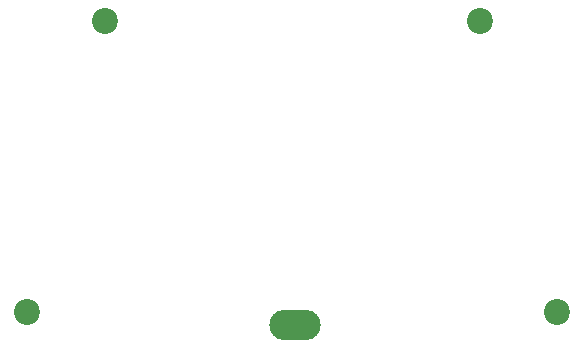
<source format=gts>
G04 #@! TF.GenerationSoftware,KiCad,Pcbnew,(6.0.6)*
G04 #@! TF.CreationDate,2022-07-31T21:57:04+09:00*
G04 #@! TF.ProjectId,nowt36lp-top-plate,6e6f7774-3336-46c7-902d-746f702d706c,rev?*
G04 #@! TF.SameCoordinates,Original*
G04 #@! TF.FileFunction,Soldermask,Top*
G04 #@! TF.FilePolarity,Negative*
%FSLAX46Y46*%
G04 Gerber Fmt 4.6, Leading zero omitted, Abs format (unit mm)*
G04 Created by KiCad (PCBNEW (6.0.6)) date 2022-07-31 21:57:04*
%MOMM*%
%LPD*%
G01*
G04 APERTURE LIST*
%ADD10C,2.200000*%
%ADD11O,4.350000X2.570000*%
G04 APERTURE END LIST*
D10*
X135370000Y-110890000D03*
X141970000Y-86200000D03*
X173690000Y-86200000D03*
D11*
X158035000Y-112005000D03*
D10*
X180280000Y-110850000D03*
M02*

</source>
